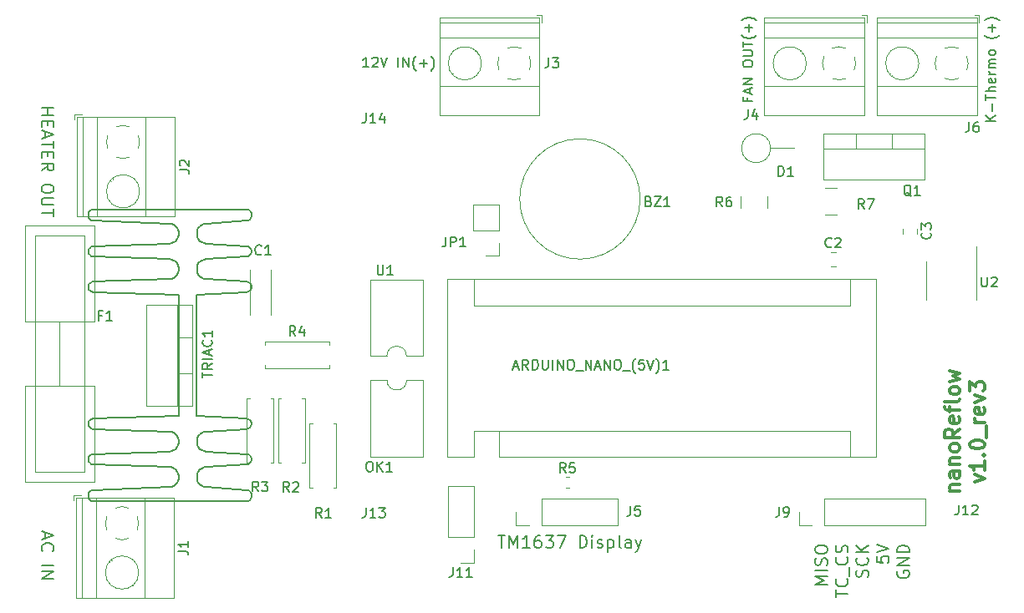
<source format=gbr>
G04 #@! TF.GenerationSoftware,KiCad,Pcbnew,(5.1.8-0-10_14)*
G04 #@! TF.CreationDate,2021-01-11T22:35:15+01:00*
G04 #@! TF.ProjectId,arduino_nano_reflow_TRIAC_v1_0,61726475-696e-46f5-9f6e-616e6f5f7265,1.0*
G04 #@! TF.SameCoordinates,Original*
G04 #@! TF.FileFunction,Legend,Top*
G04 #@! TF.FilePolarity,Positive*
%FSLAX46Y46*%
G04 Gerber Fmt 4.6, Leading zero omitted, Abs format (unit mm)*
G04 Created by KiCad (PCBNEW (5.1.8-0-10_14)) date 2021-01-11 22:35:15*
%MOMM*%
%LPD*%
G01*
G04 APERTURE LIST*
%ADD10C,0.200000*%
%ADD11C,0.150000*%
%ADD12C,0.300000*%
%ADD13C,0.120000*%
%ADD14C,0.191466*%
G04 APERTURE END LIST*
D10*
X182434296Y-116055450D02*
X181184296Y-116055450D01*
X182077153Y-115638783D01*
X181184296Y-115222117D01*
X182434296Y-115222117D01*
X182434296Y-114626879D02*
X181184296Y-114626879D01*
X182374772Y-114091164D02*
X182434296Y-113912593D01*
X182434296Y-113614974D01*
X182374772Y-113495926D01*
X182315248Y-113436402D01*
X182196200Y-113376879D01*
X182077153Y-113376879D01*
X181958105Y-113436402D01*
X181898581Y-113495926D01*
X181839058Y-113614974D01*
X181779534Y-113853069D01*
X181720010Y-113972117D01*
X181660486Y-114031640D01*
X181541439Y-114091164D01*
X181422391Y-114091164D01*
X181303343Y-114031640D01*
X181243820Y-113972117D01*
X181184296Y-113853069D01*
X181184296Y-113555450D01*
X181243820Y-113376879D01*
X181184296Y-112603069D02*
X181184296Y-112364974D01*
X181243820Y-112245926D01*
X181362867Y-112126879D01*
X181600962Y-112067355D01*
X182017629Y-112067355D01*
X182255724Y-112126879D01*
X182374772Y-112245926D01*
X182434296Y-112364974D01*
X182434296Y-112603069D01*
X182374772Y-112722117D01*
X182255724Y-112841164D01*
X182017629Y-112900688D01*
X181600962Y-112900688D01*
X181362867Y-112841164D01*
X181243820Y-112722117D01*
X181184296Y-112603069D01*
X183259296Y-117305450D02*
X183259296Y-116591164D01*
X184509296Y-116948307D02*
X183259296Y-116948307D01*
X184390248Y-115460212D02*
X184449772Y-115519736D01*
X184509296Y-115698307D01*
X184509296Y-115817355D01*
X184449772Y-115995926D01*
X184330724Y-116114974D01*
X184211677Y-116174498D01*
X183973581Y-116234021D01*
X183795010Y-116234021D01*
X183556915Y-116174498D01*
X183437867Y-116114974D01*
X183318820Y-115995926D01*
X183259296Y-115817355D01*
X183259296Y-115698307D01*
X183318820Y-115519736D01*
X183378343Y-115460212D01*
X184628343Y-115222117D02*
X184628343Y-114269736D01*
X184390248Y-113257831D02*
X184449772Y-113317355D01*
X184509296Y-113495926D01*
X184509296Y-113614974D01*
X184449772Y-113793545D01*
X184330724Y-113912593D01*
X184211677Y-113972117D01*
X183973581Y-114031640D01*
X183795010Y-114031640D01*
X183556915Y-113972117D01*
X183437867Y-113912593D01*
X183318820Y-113793545D01*
X183259296Y-113614974D01*
X183259296Y-113495926D01*
X183318820Y-113317355D01*
X183378343Y-113257831D01*
X184449772Y-112781640D02*
X184509296Y-112603069D01*
X184509296Y-112305450D01*
X184449772Y-112186402D01*
X184390248Y-112126879D01*
X184271200Y-112067355D01*
X184152153Y-112067355D01*
X184033105Y-112126879D01*
X183973581Y-112186402D01*
X183914058Y-112305450D01*
X183854534Y-112543545D01*
X183795010Y-112662593D01*
X183735486Y-112722117D01*
X183616439Y-112781640D01*
X183497391Y-112781640D01*
X183378343Y-112722117D01*
X183318820Y-112662593D01*
X183259296Y-112543545D01*
X183259296Y-112245926D01*
X183318820Y-112067355D01*
X186524772Y-115281640D02*
X186584296Y-115103069D01*
X186584296Y-114805450D01*
X186524772Y-114686402D01*
X186465248Y-114626879D01*
X186346200Y-114567355D01*
X186227153Y-114567355D01*
X186108105Y-114626879D01*
X186048581Y-114686402D01*
X185989058Y-114805450D01*
X185929534Y-115043545D01*
X185870010Y-115162593D01*
X185810486Y-115222117D01*
X185691439Y-115281640D01*
X185572391Y-115281640D01*
X185453343Y-115222117D01*
X185393820Y-115162593D01*
X185334296Y-115043545D01*
X185334296Y-114745926D01*
X185393820Y-114567355D01*
X186465248Y-113317355D02*
X186524772Y-113376879D01*
X186584296Y-113555450D01*
X186584296Y-113674498D01*
X186524772Y-113853069D01*
X186405724Y-113972117D01*
X186286677Y-114031640D01*
X186048581Y-114091164D01*
X185870010Y-114091164D01*
X185631915Y-114031640D01*
X185512867Y-113972117D01*
X185393820Y-113853069D01*
X185334296Y-113674498D01*
X185334296Y-113555450D01*
X185393820Y-113376879D01*
X185453343Y-113317355D01*
X186584296Y-112781640D02*
X185334296Y-112781640D01*
X186584296Y-112067355D02*
X185870010Y-112603069D01*
X185334296Y-112067355D02*
X186048581Y-112781640D01*
X187409296Y-113198307D02*
X187409296Y-113793545D01*
X188004534Y-113853069D01*
X187945010Y-113793545D01*
X187885486Y-113674498D01*
X187885486Y-113376879D01*
X187945010Y-113257831D01*
X188004534Y-113198307D01*
X188123581Y-113138783D01*
X188421200Y-113138783D01*
X188540248Y-113198307D01*
X188599772Y-113257831D01*
X188659296Y-113376879D01*
X188659296Y-113674498D01*
X188599772Y-113793545D01*
X188540248Y-113853069D01*
X187409296Y-112781640D02*
X188659296Y-112364974D01*
X187409296Y-111948307D01*
X189543820Y-114686402D02*
X189484296Y-114805450D01*
X189484296Y-114984021D01*
X189543820Y-115162593D01*
X189662867Y-115281640D01*
X189781915Y-115341164D01*
X190020010Y-115400688D01*
X190198581Y-115400688D01*
X190436677Y-115341164D01*
X190555724Y-115281640D01*
X190674772Y-115162593D01*
X190734296Y-114984021D01*
X190734296Y-114864974D01*
X190674772Y-114686402D01*
X190615248Y-114626879D01*
X190198581Y-114626879D01*
X190198581Y-114864974D01*
X190734296Y-114091164D02*
X189484296Y-114091164D01*
X190734296Y-113376879D01*
X189484296Y-113376879D01*
X190734296Y-112781640D02*
X189484296Y-112781640D01*
X189484296Y-112484021D01*
X189543820Y-112305450D01*
X189662867Y-112186402D01*
X189781915Y-112126879D01*
X190020010Y-112067355D01*
X190198581Y-112067355D01*
X190436677Y-112126879D01*
X190555724Y-112186402D01*
X190674772Y-112305450D01*
X190734296Y-112484021D01*
X190734296Y-112781640D01*
D11*
X199471200Y-69037355D02*
X198471200Y-69037355D01*
X199471200Y-68465926D02*
X198899772Y-68894498D01*
X198471200Y-68465926D02*
X199042629Y-69037355D01*
X199090248Y-68037355D02*
X199090248Y-67275450D01*
X198471200Y-66942117D02*
X198471200Y-66370688D01*
X199471200Y-66656402D02*
X198471200Y-66656402D01*
X199471200Y-66037355D02*
X198471200Y-66037355D01*
X199471200Y-65608783D02*
X198947391Y-65608783D01*
X198852153Y-65656402D01*
X198804534Y-65751640D01*
X198804534Y-65894498D01*
X198852153Y-65989736D01*
X198899772Y-66037355D01*
X199423581Y-64751640D02*
X199471200Y-64846879D01*
X199471200Y-65037355D01*
X199423581Y-65132593D01*
X199328343Y-65180212D01*
X198947391Y-65180212D01*
X198852153Y-65132593D01*
X198804534Y-65037355D01*
X198804534Y-64846879D01*
X198852153Y-64751640D01*
X198947391Y-64704021D01*
X199042629Y-64704021D01*
X199137867Y-65180212D01*
X199471200Y-64275450D02*
X198804534Y-64275450D01*
X198995010Y-64275450D02*
X198899772Y-64227831D01*
X198852153Y-64180212D01*
X198804534Y-64084974D01*
X198804534Y-63989736D01*
X199471200Y-63656402D02*
X198804534Y-63656402D01*
X198899772Y-63656402D02*
X198852153Y-63608783D01*
X198804534Y-63513545D01*
X198804534Y-63370688D01*
X198852153Y-63275450D01*
X198947391Y-63227831D01*
X199471200Y-63227831D01*
X198947391Y-63227831D02*
X198852153Y-63180212D01*
X198804534Y-63084974D01*
X198804534Y-62942117D01*
X198852153Y-62846879D01*
X198947391Y-62799260D01*
X199471200Y-62799260D01*
X199471200Y-62180212D02*
X199423581Y-62275450D01*
X199375962Y-62323069D01*
X199280724Y-62370688D01*
X198995010Y-62370688D01*
X198899772Y-62323069D01*
X198852153Y-62275450D01*
X198804534Y-62180212D01*
X198804534Y-62037355D01*
X198852153Y-61942117D01*
X198899772Y-61894498D01*
X198995010Y-61846879D01*
X199280724Y-61846879D01*
X199375962Y-61894498D01*
X199423581Y-61942117D01*
X199471200Y-62037355D01*
X199471200Y-62180212D01*
X199852153Y-60370688D02*
X199804534Y-60418307D01*
X199661677Y-60513545D01*
X199566439Y-60561164D01*
X199423581Y-60608783D01*
X199185486Y-60656402D01*
X198995010Y-60656402D01*
X198756915Y-60608783D01*
X198614058Y-60561164D01*
X198518820Y-60513545D01*
X198375962Y-60418307D01*
X198328343Y-60370688D01*
X199090248Y-59989736D02*
X199090248Y-59227831D01*
X199471200Y-59608783D02*
X198709296Y-59608783D01*
X199852153Y-58846879D02*
X199804534Y-58799260D01*
X199661677Y-58704021D01*
X199566439Y-58656402D01*
X199423581Y-58608783D01*
X199185486Y-58561164D01*
X198995010Y-58561164D01*
X198756915Y-58608783D01*
X198614058Y-58656402D01*
X198518820Y-58704021D01*
X198375962Y-58799260D01*
X198328343Y-58846879D01*
D10*
X149077153Y-111074736D02*
X149791439Y-111074736D01*
X149434296Y-112324736D02*
X149434296Y-111074736D01*
X150208105Y-112324736D02*
X150208105Y-111074736D01*
X150624772Y-111967593D01*
X151041439Y-111074736D01*
X151041439Y-112324736D01*
X152291439Y-112324736D02*
X151577153Y-112324736D01*
X151934296Y-112324736D02*
X151934296Y-111074736D01*
X151815248Y-111253307D01*
X151696200Y-111372355D01*
X151577153Y-111431879D01*
X153362867Y-111074736D02*
X153124772Y-111074736D01*
X153005724Y-111134260D01*
X152946200Y-111193783D01*
X152827153Y-111372355D01*
X152767629Y-111610450D01*
X152767629Y-112086640D01*
X152827153Y-112205688D01*
X152886677Y-112265212D01*
X153005724Y-112324736D01*
X153243820Y-112324736D01*
X153362867Y-112265212D01*
X153422391Y-112205688D01*
X153481915Y-112086640D01*
X153481915Y-111789021D01*
X153422391Y-111669974D01*
X153362867Y-111610450D01*
X153243820Y-111550926D01*
X153005724Y-111550926D01*
X152886677Y-111610450D01*
X152827153Y-111669974D01*
X152767629Y-111789021D01*
X153898581Y-111074736D02*
X154672391Y-111074736D01*
X154255724Y-111550926D01*
X154434296Y-111550926D01*
X154553343Y-111610450D01*
X154612867Y-111669974D01*
X154672391Y-111789021D01*
X154672391Y-112086640D01*
X154612867Y-112205688D01*
X154553343Y-112265212D01*
X154434296Y-112324736D01*
X154077153Y-112324736D01*
X153958105Y-112265212D01*
X153898581Y-112205688D01*
X155089058Y-111074736D02*
X155922391Y-111074736D01*
X155386677Y-112324736D01*
X157350962Y-112324736D02*
X157350962Y-111074736D01*
X157648581Y-111074736D01*
X157827153Y-111134260D01*
X157946200Y-111253307D01*
X158005724Y-111372355D01*
X158065248Y-111610450D01*
X158065248Y-111789021D01*
X158005724Y-112027117D01*
X157946200Y-112146164D01*
X157827153Y-112265212D01*
X157648581Y-112324736D01*
X157350962Y-112324736D01*
X158600962Y-112324736D02*
X158600962Y-111491402D01*
X158600962Y-111074736D02*
X158541439Y-111134260D01*
X158600962Y-111193783D01*
X158660486Y-111134260D01*
X158600962Y-111074736D01*
X158600962Y-111193783D01*
X159136677Y-112265212D02*
X159255724Y-112324736D01*
X159493820Y-112324736D01*
X159612867Y-112265212D01*
X159672391Y-112146164D01*
X159672391Y-112086640D01*
X159612867Y-111967593D01*
X159493820Y-111908069D01*
X159315248Y-111908069D01*
X159196200Y-111848545D01*
X159136677Y-111729498D01*
X159136677Y-111669974D01*
X159196200Y-111550926D01*
X159315248Y-111491402D01*
X159493820Y-111491402D01*
X159612867Y-111550926D01*
X160208105Y-111491402D02*
X160208105Y-112741402D01*
X160208105Y-111550926D02*
X160327153Y-111491402D01*
X160565248Y-111491402D01*
X160684296Y-111550926D01*
X160743820Y-111610450D01*
X160803343Y-111729498D01*
X160803343Y-112086640D01*
X160743820Y-112205688D01*
X160684296Y-112265212D01*
X160565248Y-112324736D01*
X160327153Y-112324736D01*
X160208105Y-112265212D01*
X161517629Y-112324736D02*
X161398581Y-112265212D01*
X161339058Y-112146164D01*
X161339058Y-111074736D01*
X162529534Y-112324736D02*
X162529534Y-111669974D01*
X162470010Y-111550926D01*
X162350962Y-111491402D01*
X162112867Y-111491402D01*
X161993820Y-111550926D01*
X162529534Y-112265212D02*
X162410486Y-112324736D01*
X162112867Y-112324736D01*
X161993820Y-112265212D01*
X161934296Y-112146164D01*
X161934296Y-112027117D01*
X161993820Y-111908069D01*
X162112867Y-111848545D01*
X162410486Y-111848545D01*
X162529534Y-111789021D01*
X163005724Y-111491402D02*
X163303343Y-112324736D01*
X163600962Y-111491402D02*
X163303343Y-112324736D01*
X163184296Y-112622355D01*
X163124772Y-112681879D01*
X163005724Y-112741402D01*
D11*
X135961200Y-63591640D02*
X135389772Y-63591640D01*
X135675486Y-63591640D02*
X135675486Y-62591640D01*
X135580248Y-62734498D01*
X135485010Y-62829736D01*
X135389772Y-62877355D01*
X136342153Y-62686879D02*
X136389772Y-62639260D01*
X136485010Y-62591640D01*
X136723105Y-62591640D01*
X136818343Y-62639260D01*
X136865962Y-62686879D01*
X136913581Y-62782117D01*
X136913581Y-62877355D01*
X136865962Y-63020212D01*
X136294534Y-63591640D01*
X136913581Y-63591640D01*
X137199296Y-62591640D02*
X137532629Y-63591640D01*
X137865962Y-62591640D01*
X138961200Y-63591640D02*
X138961200Y-62591640D01*
X139437391Y-63591640D02*
X139437391Y-62591640D01*
X140008820Y-63591640D01*
X140008820Y-62591640D01*
X140770724Y-63972593D02*
X140723105Y-63924974D01*
X140627867Y-63782117D01*
X140580248Y-63686879D01*
X140532629Y-63544021D01*
X140485010Y-63305926D01*
X140485010Y-63115450D01*
X140532629Y-62877355D01*
X140580248Y-62734498D01*
X140627867Y-62639260D01*
X140723105Y-62496402D01*
X140770724Y-62448783D01*
X141151677Y-63210688D02*
X141913581Y-63210688D01*
X141532629Y-63591640D02*
X141532629Y-62829736D01*
X142294534Y-63972593D02*
X142342153Y-63924974D01*
X142437391Y-63782117D01*
X142485010Y-63686879D01*
X142532629Y-63544021D01*
X142580248Y-63305926D01*
X142580248Y-63115450D01*
X142532629Y-62877355D01*
X142485010Y-62734498D01*
X142437391Y-62639260D01*
X142342153Y-62496402D01*
X142294534Y-62448783D01*
X174347391Y-66704021D02*
X174347391Y-67037355D01*
X174871200Y-67037355D02*
X173871200Y-67037355D01*
X173871200Y-66561164D01*
X174585486Y-66227831D02*
X174585486Y-65751640D01*
X174871200Y-66323069D02*
X173871200Y-65989736D01*
X174871200Y-65656402D01*
X174871200Y-65323069D02*
X173871200Y-65323069D01*
X174871200Y-64751640D01*
X173871200Y-64751640D01*
X173871200Y-63323069D02*
X173871200Y-63132593D01*
X173918820Y-63037355D01*
X174014058Y-62942117D01*
X174204534Y-62894498D01*
X174537867Y-62894498D01*
X174728343Y-62942117D01*
X174823581Y-63037355D01*
X174871200Y-63132593D01*
X174871200Y-63323069D01*
X174823581Y-63418307D01*
X174728343Y-63513545D01*
X174537867Y-63561164D01*
X174204534Y-63561164D01*
X174014058Y-63513545D01*
X173918820Y-63418307D01*
X173871200Y-63323069D01*
X173871200Y-62465926D02*
X174680724Y-62465926D01*
X174775962Y-62418307D01*
X174823581Y-62370688D01*
X174871200Y-62275450D01*
X174871200Y-62084974D01*
X174823581Y-61989736D01*
X174775962Y-61942117D01*
X174680724Y-61894498D01*
X173871200Y-61894498D01*
X173871200Y-61561164D02*
X173871200Y-60989736D01*
X174871200Y-61275450D02*
X173871200Y-61275450D01*
X175252153Y-60370688D02*
X175204534Y-60418307D01*
X175061677Y-60513545D01*
X174966439Y-60561164D01*
X174823581Y-60608783D01*
X174585486Y-60656402D01*
X174395010Y-60656402D01*
X174156915Y-60608783D01*
X174014058Y-60561164D01*
X173918820Y-60513545D01*
X173775962Y-60418307D01*
X173728343Y-60370688D01*
X174490248Y-59989736D02*
X174490248Y-59227831D01*
X174871200Y-59608783D02*
X174109296Y-59608783D01*
X175252153Y-58846879D02*
X175204534Y-58799260D01*
X175061677Y-58704021D01*
X174966439Y-58656402D01*
X174823581Y-58608783D01*
X174585486Y-58561164D01*
X174395010Y-58561164D01*
X174156915Y-58608783D01*
X174014058Y-58656402D01*
X173918820Y-58704021D01*
X173775962Y-58799260D01*
X173728343Y-58846879D01*
D10*
X102829523Y-67743095D02*
X104079523Y-67743095D01*
X103484285Y-67743095D02*
X103484285Y-68457380D01*
X102829523Y-68457380D02*
X104079523Y-68457380D01*
X103484285Y-69052619D02*
X103484285Y-69469285D01*
X102829523Y-69647857D02*
X102829523Y-69052619D01*
X104079523Y-69052619D01*
X104079523Y-69647857D01*
X103186666Y-70124047D02*
X103186666Y-70719285D01*
X102829523Y-70005000D02*
X104079523Y-70421666D01*
X102829523Y-70838333D01*
X104079523Y-71076428D02*
X104079523Y-71790714D01*
X102829523Y-71433571D02*
X104079523Y-71433571D01*
X103484285Y-72207380D02*
X103484285Y-72624047D01*
X102829523Y-72802619D02*
X102829523Y-72207380D01*
X104079523Y-72207380D01*
X104079523Y-72802619D01*
X102829523Y-74052619D02*
X103424761Y-73635952D01*
X102829523Y-73338333D02*
X104079523Y-73338333D01*
X104079523Y-73814523D01*
X104020000Y-73933571D01*
X103960476Y-73993095D01*
X103841428Y-74052619D01*
X103662857Y-74052619D01*
X103543809Y-73993095D01*
X103484285Y-73933571D01*
X103424761Y-73814523D01*
X103424761Y-73338333D01*
X104079523Y-75778809D02*
X104079523Y-76016904D01*
X104020000Y-76135952D01*
X103900952Y-76255000D01*
X103662857Y-76314523D01*
X103246190Y-76314523D01*
X103008095Y-76255000D01*
X102889047Y-76135952D01*
X102829523Y-76016904D01*
X102829523Y-75778809D01*
X102889047Y-75659761D01*
X103008095Y-75540714D01*
X103246190Y-75481190D01*
X103662857Y-75481190D01*
X103900952Y-75540714D01*
X104020000Y-75659761D01*
X104079523Y-75778809D01*
X104079523Y-76850238D02*
X103067619Y-76850238D01*
X102948571Y-76909761D01*
X102889047Y-76969285D01*
X102829523Y-77088333D01*
X102829523Y-77326428D01*
X102889047Y-77445476D01*
X102948571Y-77505000D01*
X103067619Y-77564523D01*
X104079523Y-77564523D01*
X104079523Y-77981190D02*
X104079523Y-78695476D01*
X102829523Y-78338333D02*
X104079523Y-78338333D01*
X103186666Y-110783809D02*
X103186666Y-111379047D01*
X102829523Y-110664761D02*
X104079523Y-111081428D01*
X102829523Y-111498095D01*
X102948571Y-112629047D02*
X102889047Y-112569523D01*
X102829523Y-112390952D01*
X102829523Y-112271904D01*
X102889047Y-112093333D01*
X103008095Y-111974285D01*
X103127142Y-111914761D01*
X103365238Y-111855238D01*
X103543809Y-111855238D01*
X103781904Y-111914761D01*
X103900952Y-111974285D01*
X104020000Y-112093333D01*
X104079523Y-112271904D01*
X104079523Y-112390952D01*
X104020000Y-112569523D01*
X103960476Y-112629047D01*
X102829523Y-114117142D02*
X104079523Y-114117142D01*
X102829523Y-114712380D02*
X104079523Y-114712380D01*
X102829523Y-115426666D01*
X104079523Y-115426666D01*
D12*
X194832391Y-106554974D02*
X195832391Y-106554974D01*
X194975248Y-106554974D02*
X194903820Y-106483545D01*
X194832391Y-106340688D01*
X194832391Y-106126402D01*
X194903820Y-105983545D01*
X195046677Y-105912117D01*
X195832391Y-105912117D01*
X195832391Y-104554974D02*
X195046677Y-104554974D01*
X194903820Y-104626402D01*
X194832391Y-104769260D01*
X194832391Y-105054974D01*
X194903820Y-105197831D01*
X195760962Y-104554974D02*
X195832391Y-104697831D01*
X195832391Y-105054974D01*
X195760962Y-105197831D01*
X195618105Y-105269260D01*
X195475248Y-105269260D01*
X195332391Y-105197831D01*
X195260962Y-105054974D01*
X195260962Y-104697831D01*
X195189534Y-104554974D01*
X194832391Y-103840688D02*
X195832391Y-103840688D01*
X194975248Y-103840688D02*
X194903820Y-103769260D01*
X194832391Y-103626402D01*
X194832391Y-103412117D01*
X194903820Y-103269260D01*
X195046677Y-103197831D01*
X195832391Y-103197831D01*
X195832391Y-102269260D02*
X195760962Y-102412117D01*
X195689534Y-102483545D01*
X195546677Y-102554974D01*
X195118105Y-102554974D01*
X194975248Y-102483545D01*
X194903820Y-102412117D01*
X194832391Y-102269260D01*
X194832391Y-102054974D01*
X194903820Y-101912117D01*
X194975248Y-101840688D01*
X195118105Y-101769260D01*
X195546677Y-101769260D01*
X195689534Y-101840688D01*
X195760962Y-101912117D01*
X195832391Y-102054974D01*
X195832391Y-102269260D01*
X195832391Y-100269260D02*
X195118105Y-100769260D01*
X195832391Y-101126402D02*
X194332391Y-101126402D01*
X194332391Y-100554974D01*
X194403820Y-100412117D01*
X194475248Y-100340688D01*
X194618105Y-100269260D01*
X194832391Y-100269260D01*
X194975248Y-100340688D01*
X195046677Y-100412117D01*
X195118105Y-100554974D01*
X195118105Y-101126402D01*
X195760962Y-99054974D02*
X195832391Y-99197831D01*
X195832391Y-99483545D01*
X195760962Y-99626402D01*
X195618105Y-99697831D01*
X195046677Y-99697831D01*
X194903820Y-99626402D01*
X194832391Y-99483545D01*
X194832391Y-99197831D01*
X194903820Y-99054974D01*
X195046677Y-98983545D01*
X195189534Y-98983545D01*
X195332391Y-99697831D01*
X194832391Y-98554974D02*
X194832391Y-97983545D01*
X195832391Y-98340688D02*
X194546677Y-98340688D01*
X194403820Y-98269260D01*
X194332391Y-98126402D01*
X194332391Y-97983545D01*
X195832391Y-97269260D02*
X195760962Y-97412117D01*
X195618105Y-97483545D01*
X194332391Y-97483545D01*
X195832391Y-96483545D02*
X195760962Y-96626402D01*
X195689534Y-96697831D01*
X195546677Y-96769260D01*
X195118105Y-96769260D01*
X194975248Y-96697831D01*
X194903820Y-96626402D01*
X194832391Y-96483545D01*
X194832391Y-96269260D01*
X194903820Y-96126402D01*
X194975248Y-96054974D01*
X195118105Y-95983545D01*
X195546677Y-95983545D01*
X195689534Y-96054974D01*
X195760962Y-96126402D01*
X195832391Y-96269260D01*
X195832391Y-96483545D01*
X194832391Y-95483545D02*
X195832391Y-95197831D01*
X195118105Y-94912117D01*
X195832391Y-94626402D01*
X194832391Y-94340688D01*
X197382391Y-105626402D02*
X198382391Y-105269260D01*
X197382391Y-104912117D01*
X198382391Y-103554974D02*
X198382391Y-104412117D01*
X198382391Y-103983545D02*
X196882391Y-103983545D01*
X197096677Y-104126402D01*
X197239534Y-104269260D01*
X197310962Y-104412117D01*
X198239534Y-102912117D02*
X198310962Y-102840688D01*
X198382391Y-102912117D01*
X198310962Y-102983545D01*
X198239534Y-102912117D01*
X198382391Y-102912117D01*
X196882391Y-101912117D02*
X196882391Y-101769260D01*
X196953820Y-101626402D01*
X197025248Y-101554974D01*
X197168105Y-101483545D01*
X197453820Y-101412117D01*
X197810962Y-101412117D01*
X198096677Y-101483545D01*
X198239534Y-101554974D01*
X198310962Y-101626402D01*
X198382391Y-101769260D01*
X198382391Y-101912117D01*
X198310962Y-102054974D01*
X198239534Y-102126402D01*
X198096677Y-102197831D01*
X197810962Y-102269260D01*
X197453820Y-102269260D01*
X197168105Y-102197831D01*
X197025248Y-102126402D01*
X196953820Y-102054974D01*
X196882391Y-101912117D01*
X198525248Y-101126402D02*
X198525248Y-99983545D01*
X198382391Y-99626402D02*
X197382391Y-99626402D01*
X197668105Y-99626402D02*
X197525248Y-99554974D01*
X197453820Y-99483545D01*
X197382391Y-99340688D01*
X197382391Y-99197831D01*
X198310962Y-98126402D02*
X198382391Y-98269260D01*
X198382391Y-98554974D01*
X198310962Y-98697831D01*
X198168105Y-98769260D01*
X197596677Y-98769260D01*
X197453820Y-98697831D01*
X197382391Y-98554974D01*
X197382391Y-98269260D01*
X197453820Y-98126402D01*
X197596677Y-98054974D01*
X197739534Y-98054974D01*
X197882391Y-98769260D01*
X197382391Y-97554974D02*
X198382391Y-97197831D01*
X197382391Y-96840688D01*
X196882391Y-96412117D02*
X196882391Y-95483545D01*
X197453820Y-95983545D01*
X197453820Y-95769260D01*
X197525248Y-95626402D01*
X197596677Y-95554974D01*
X197739534Y-95483545D01*
X198096677Y-95483545D01*
X198239534Y-95554974D01*
X198310962Y-95626402D01*
X198382391Y-95769260D01*
X198382391Y-96197831D01*
X198310962Y-96340688D01*
X198239534Y-96412117D01*
D13*
X192408820Y-85239260D02*
X192408820Y-87189260D01*
X192408820Y-85239260D02*
X192408820Y-83289260D01*
X197528820Y-85239260D02*
X197528820Y-87189260D01*
X197528820Y-85239260D02*
X197528820Y-81789260D01*
X194990015Y-61519007D02*
G75*
G02*
X195702820Y-61664260I28805J-1680253D01*
G01*
X196554246Y-62516218D02*
G75*
G02*
X196553820Y-63883260I-1535426J-683042D01*
G01*
X195701862Y-64734686D02*
G75*
G02*
X194334820Y-64734260I-683042J1535426D01*
G01*
X193483394Y-63882302D02*
G75*
G02*
X193483820Y-62515260I1535426J683042D01*
G01*
X194335502Y-61664504D02*
G75*
G02*
X195018820Y-61519260I683318J-1534756D01*
G01*
X191698820Y-63199260D02*
G75*
G03*
X191698820Y-63199260I-1680000J0D01*
G01*
X197578820Y-59099260D02*
X187458820Y-59099260D01*
X197578820Y-60599260D02*
X187458820Y-60599260D01*
X197578820Y-65500260D02*
X187458820Y-65500260D01*
X197578820Y-68460260D02*
X187458820Y-68460260D01*
X197578820Y-58539260D02*
X187458820Y-58539260D01*
X197578820Y-68460260D02*
X197578820Y-58539260D01*
X187458820Y-68460260D02*
X187458820Y-58539260D01*
X188743820Y-64268260D02*
X188790820Y-64222260D01*
X191052820Y-61960260D02*
X191087820Y-61925260D01*
X188948820Y-64474260D02*
X188983820Y-64438260D01*
X191245820Y-62176260D02*
X191292820Y-62130260D01*
X197818820Y-59039260D02*
X197818820Y-58299260D01*
X197818820Y-58299260D02*
X197318820Y-58299260D01*
X191553820Y-79938008D02*
X191553820Y-80460512D01*
X190083820Y-79938008D02*
X190083820Y-80460512D01*
X150908820Y-110020000D02*
X150908820Y-108690000D01*
X152238820Y-110020000D02*
X150908820Y-110020000D01*
X153508820Y-110020000D02*
X153508820Y-107360000D01*
X153508820Y-107360000D02*
X161188820Y-107360000D01*
X153508820Y-110020000D02*
X161188820Y-110020000D01*
X161188820Y-110020000D02*
X161188820Y-107360000D01*
D14*
X119324036Y-79462991D02*
X119107892Y-79571063D01*
X119107892Y-79571063D02*
X118891748Y-79701110D01*
X118891748Y-79701110D02*
X118740447Y-79895279D01*
X118740447Y-79895279D02*
X118632375Y-80090169D01*
X118632375Y-80090169D02*
X118589147Y-80327927D01*
X118589147Y-80327927D02*
X118589147Y-80587300D01*
X118589147Y-80587300D02*
X118632375Y-80825059D01*
X118632375Y-80825059D02*
X118740447Y-81019228D01*
X118740447Y-81019228D02*
X118891748Y-81214118D01*
X118891748Y-81214118D02*
X119107892Y-81343805D01*
X119107892Y-81343805D02*
X119324036Y-81451877D01*
X119324036Y-81451877D02*
X119540180Y-81473491D01*
X119540180Y-81473491D02*
X123637824Y-81754478D01*
X123637824Y-81754478D02*
X123789125Y-81776093D01*
X123789125Y-81776093D02*
X123940426Y-81884165D01*
X123940426Y-81884165D02*
X124048498Y-82013851D01*
X124048498Y-82013851D02*
X124113341Y-82164792D01*
X124113341Y-82164792D02*
X124113341Y-82359682D01*
X124113341Y-82359682D02*
X124048498Y-82510983D01*
X124048498Y-82510983D02*
X123940426Y-82640309D01*
X123940426Y-82640309D02*
X123789125Y-82748741D01*
X123789125Y-82748741D02*
X123637824Y-82769995D01*
X123637824Y-82769995D02*
X119540180Y-83051342D01*
X119540180Y-83051342D02*
X119324036Y-83072957D01*
X119324036Y-83072957D02*
X119107892Y-83159054D01*
X119107892Y-83159054D02*
X118891748Y-83310355D01*
X118891748Y-83310355D02*
X118740447Y-83483630D01*
X118740447Y-83483630D02*
X118632375Y-83699414D01*
X118632375Y-83699414D02*
X118589147Y-83937533D01*
X118589147Y-83937533D02*
X118589147Y-84175291D01*
X118589147Y-84175291D02*
X118632375Y-84391075D01*
X118632375Y-84391075D02*
X118740447Y-84629194D01*
X118740447Y-84629194D02*
X118891748Y-84823363D01*
X118891748Y-84823363D02*
X119107892Y-84953410D01*
X119107892Y-84953410D02*
X119324036Y-85039868D01*
X119324036Y-85039868D02*
X119540180Y-85083097D01*
X119540180Y-85083097D02*
X123637824Y-85342109D01*
X123637824Y-85342109D02*
X123789125Y-85385338D01*
X123789125Y-85385338D02*
X123940426Y-85471796D01*
X123940426Y-85471796D02*
X124048498Y-85601482D01*
X124048498Y-85601482D02*
X124113341Y-85774758D01*
X124113341Y-85774758D02*
X124113341Y-85925698D01*
X124113341Y-85925698D02*
X124048498Y-86120588D01*
X124048498Y-86120588D02*
X123940426Y-86250274D01*
X123940426Y-86250274D02*
X123637824Y-86379601D01*
X123637824Y-86379601D02*
X118567532Y-86682202D01*
X118567532Y-86682202D02*
X118567532Y-92799260D01*
X118567532Y-92799260D02*
X118567532Y-98916317D01*
X118567532Y-98916317D02*
X123637824Y-99218919D01*
X123637824Y-99218919D02*
X123940426Y-99348245D01*
X123940426Y-99348245D02*
X124048498Y-99477932D01*
X124048498Y-99477932D02*
X124113341Y-99672822D01*
X124113341Y-99672822D02*
X124113341Y-99823762D01*
X124113341Y-99823762D02*
X124048498Y-99997038D01*
X124048498Y-99997038D02*
X123940426Y-100126724D01*
X123940426Y-100126724D02*
X123789125Y-100213182D01*
X123789125Y-100213182D02*
X123637824Y-100256411D01*
X123637824Y-100256411D02*
X119540180Y-100515423D01*
X119540180Y-100515423D02*
X119324036Y-100558652D01*
X119324036Y-100558652D02*
X119107892Y-100645110D01*
X119107892Y-100645110D02*
X118891748Y-100775157D01*
X118891748Y-100775157D02*
X118740447Y-100969326D01*
X118740447Y-100969326D02*
X118632375Y-101207445D01*
X118632375Y-101207445D02*
X118589147Y-101423229D01*
X118589147Y-101423229D02*
X118589147Y-101660987D01*
X118589147Y-101660987D02*
X118632375Y-101899106D01*
X118632375Y-101899106D02*
X118740447Y-102114890D01*
X118740447Y-102114890D02*
X118891748Y-102288165D01*
X118891748Y-102288165D02*
X119107892Y-102439466D01*
X119107892Y-102439466D02*
X119324036Y-102525563D01*
X119324036Y-102525563D02*
X119540180Y-102547178D01*
X119540180Y-102547178D02*
X123637824Y-102828525D01*
X123637824Y-102828525D02*
X123789125Y-102849779D01*
X123789125Y-102849779D02*
X123940426Y-102958211D01*
X123940426Y-102958211D02*
X124048498Y-103087537D01*
X124048498Y-103087537D02*
X124113341Y-103238838D01*
X124113341Y-103238838D02*
X124113341Y-103433728D01*
X124113341Y-103433728D02*
X124048498Y-103584668D01*
X124048498Y-103584668D02*
X123940426Y-103714355D01*
X123940426Y-103714355D02*
X123789125Y-103822427D01*
X123789125Y-103822427D02*
X123637824Y-103844042D01*
X123637824Y-103844042D02*
X119540180Y-104125029D01*
X119540180Y-104125029D02*
X119324036Y-104146643D01*
X119324036Y-104146643D02*
X119107892Y-104254715D01*
X119107892Y-104254715D02*
X118891748Y-104384402D01*
X118891748Y-104384402D02*
X118740447Y-104579291D01*
X118740447Y-104579291D02*
X118632375Y-104773461D01*
X118632375Y-104773461D02*
X118589147Y-105011219D01*
X118589147Y-105011219D02*
X118589147Y-105270593D01*
X118589147Y-105270593D02*
X118632375Y-105508351D01*
X118632375Y-105508351D02*
X118740447Y-105703241D01*
X118740447Y-105703241D02*
X118891748Y-105897410D01*
X118891748Y-105897410D02*
X119107892Y-106027457D01*
X119107892Y-106027457D02*
X119324036Y-106135529D01*
X119324036Y-106135529D02*
X119540180Y-106157144D01*
X119540180Y-106157144D02*
X123637824Y-106437771D01*
X123637824Y-106437771D02*
X123789125Y-106459385D01*
X123789125Y-106459385D02*
X123940426Y-106567818D01*
X123940426Y-106567818D02*
X124048498Y-106697504D01*
X124048498Y-106697504D02*
X124113341Y-106848445D01*
X124113341Y-106848445D02*
X124113341Y-107194275D01*
X124113341Y-107194275D02*
X124048498Y-107345936D01*
X124048498Y-107345936D02*
X123940426Y-107475623D01*
X123940426Y-107475623D02*
X123789125Y-107583334D01*
X123789125Y-107583334D02*
X123616210Y-107604949D01*
X123616210Y-107604949D02*
X118567532Y-107604949D01*
X118567532Y-107604949D02*
X116752422Y-107604949D01*
X116752422Y-107604949D02*
X108063430Y-107604949D01*
X108063430Y-107604949D02*
X107890515Y-107583334D01*
X107890515Y-107583334D02*
X107739214Y-107475623D01*
X107739214Y-107475623D02*
X107631142Y-107345936D01*
X107631142Y-107345936D02*
X107566299Y-107194275D01*
X107566299Y-107194275D02*
X107566299Y-106848445D01*
X107566299Y-106848445D02*
X107631142Y-106697504D01*
X107631142Y-106697504D02*
X107739214Y-106567818D01*
X107739214Y-106567818D02*
X107890515Y-106459385D01*
X107890515Y-106459385D02*
X108041816Y-106437771D01*
X108041816Y-106437771D02*
X115779774Y-106157144D01*
X115779774Y-106157144D02*
X115995918Y-106135529D01*
X115995918Y-106135529D02*
X116212062Y-106027457D01*
X116212062Y-106027457D02*
X116428206Y-105897410D01*
X116428206Y-105897410D02*
X116579507Y-105703241D01*
X116579507Y-105703241D02*
X116687579Y-105508351D01*
X116687579Y-105508351D02*
X116730808Y-105270593D01*
X116730808Y-105270593D02*
X116730808Y-105011219D01*
X116730808Y-105011219D02*
X116687579Y-104773461D01*
X116687579Y-104773461D02*
X116579507Y-104579291D01*
X116579507Y-104579291D02*
X116428206Y-104384402D01*
X116428206Y-104384402D02*
X116212062Y-104254715D01*
X116212062Y-104254715D02*
X115995918Y-104146643D01*
X115995918Y-104146643D02*
X115779774Y-104125029D01*
X115779774Y-104125029D02*
X108041816Y-103844042D01*
X108041816Y-103844042D02*
X107890515Y-103822427D01*
X107890515Y-103822427D02*
X107739214Y-103714355D01*
X107739214Y-103714355D02*
X107631142Y-103584668D01*
X107631142Y-103584668D02*
X107566299Y-103433728D01*
X107566299Y-103433728D02*
X107566299Y-103238838D01*
X107566299Y-103238838D02*
X107631142Y-103087537D01*
X107631142Y-103087537D02*
X107739214Y-102958211D01*
X107739214Y-102958211D02*
X107890515Y-102849779D01*
X107890515Y-102849779D02*
X108041816Y-102828525D01*
X108041816Y-102828525D02*
X115779774Y-102547178D01*
X115779774Y-102547178D02*
X115995918Y-102525563D01*
X115995918Y-102525563D02*
X116212062Y-102439466D01*
X116212062Y-102439466D02*
X116428206Y-102288165D01*
X116428206Y-102288165D02*
X116579507Y-102114890D01*
X116579507Y-102114890D02*
X116687579Y-101899106D01*
X116687579Y-101899106D02*
X116730808Y-101660987D01*
X116730808Y-101660987D02*
X116730808Y-101423229D01*
X116730808Y-101423229D02*
X116687579Y-101207445D01*
X116687579Y-101207445D02*
X116579507Y-100969326D01*
X116579507Y-100969326D02*
X116428206Y-100775157D01*
X116428206Y-100775157D02*
X116212062Y-100645110D01*
X116212062Y-100645110D02*
X115995918Y-100558652D01*
X115995918Y-100558652D02*
X115779774Y-100515423D01*
X115779774Y-100515423D02*
X108041816Y-100256411D01*
X108041816Y-100256411D02*
X107890515Y-100213182D01*
X107890515Y-100213182D02*
X107739214Y-100126724D01*
X107739214Y-100126724D02*
X107631142Y-99997038D01*
X107631142Y-99997038D02*
X107566299Y-99823762D01*
X107566299Y-99823762D02*
X107566299Y-99672822D01*
X107566299Y-99672822D02*
X107631142Y-99477932D01*
X107631142Y-99477932D02*
X107739214Y-99348245D01*
X107739214Y-99348245D02*
X108041816Y-99218919D01*
X108041816Y-99218919D02*
X116752422Y-98916317D01*
X116752422Y-98916317D02*
X116752422Y-92799260D01*
X116752422Y-92799260D02*
X116752422Y-86682202D01*
X116752422Y-86682202D02*
X108041816Y-86379601D01*
X108041816Y-86379601D02*
X107739214Y-86250274D01*
X107739214Y-86250274D02*
X107631142Y-86120588D01*
X107631142Y-86120588D02*
X107566299Y-85925698D01*
X107566299Y-85925698D02*
X107566299Y-85774758D01*
X107566299Y-85774758D02*
X107631142Y-85601482D01*
X107631142Y-85601482D02*
X107739214Y-85471796D01*
X107739214Y-85471796D02*
X107890515Y-85385338D01*
X107890515Y-85385338D02*
X108041816Y-85342109D01*
X108041816Y-85342109D02*
X115779774Y-85083097D01*
X115779774Y-85083097D02*
X115995918Y-85039868D01*
X115995918Y-85039868D02*
X116212062Y-84953410D01*
X116212062Y-84953410D02*
X116428206Y-84823363D01*
X116428206Y-84823363D02*
X116579507Y-84629194D01*
X116579507Y-84629194D02*
X116687579Y-84391075D01*
X116687579Y-84391075D02*
X116730808Y-84175291D01*
X116730808Y-84175291D02*
X116730808Y-83937533D01*
X116730808Y-83937533D02*
X116687579Y-83699414D01*
X116687579Y-83699414D02*
X116579507Y-83483630D01*
X116579507Y-83483630D02*
X116428206Y-83310355D01*
X116428206Y-83310355D02*
X116212062Y-83159054D01*
X116212062Y-83159054D02*
X115995918Y-83072957D01*
X115995918Y-83072957D02*
X115779774Y-83051342D01*
X115779774Y-83051342D02*
X108041816Y-82769995D01*
X108041816Y-82769995D02*
X107890515Y-82748741D01*
X107890515Y-82748741D02*
X107739214Y-82640309D01*
X107739214Y-82640309D02*
X107631142Y-82510983D01*
X107631142Y-82510983D02*
X107566299Y-82359682D01*
X107566299Y-82359682D02*
X107566299Y-82164792D01*
X107566299Y-82164792D02*
X107631142Y-82013851D01*
X107631142Y-82013851D02*
X107739214Y-81884165D01*
X107739214Y-81884165D02*
X107890515Y-81776093D01*
X107890515Y-81776093D02*
X108041816Y-81754478D01*
X108041816Y-81754478D02*
X115779774Y-81473491D01*
X115779774Y-81473491D02*
X115995918Y-81451877D01*
X115995918Y-81451877D02*
X116212062Y-81343805D01*
X116212062Y-81343805D02*
X116428206Y-81214118D01*
X116428206Y-81214118D02*
X116579507Y-81019228D01*
X116579507Y-81019228D02*
X116687579Y-80825059D01*
X116687579Y-80825059D02*
X116730808Y-80587300D01*
X116730808Y-80587300D02*
X116730808Y-80327927D01*
X116730808Y-80327927D02*
X116687579Y-80090169D01*
X116687579Y-80090169D02*
X116579507Y-79895279D01*
X116579507Y-79895279D02*
X116428206Y-79701110D01*
X116428206Y-79701110D02*
X116212062Y-79571063D01*
X116212062Y-79571063D02*
X115995918Y-79462991D01*
X115995918Y-79462991D02*
X115779774Y-79441376D01*
X115779774Y-79441376D02*
X108041816Y-79160749D01*
X108041816Y-79160749D02*
X107890515Y-79139135D01*
X107890515Y-79139135D02*
X107739214Y-79030702D01*
X107739214Y-79030702D02*
X107631142Y-78901016D01*
X107631142Y-78901016D02*
X107566299Y-78750075D01*
X107566299Y-78750075D02*
X107566299Y-78404245D01*
X107566299Y-78404245D02*
X107631142Y-78252584D01*
X107631142Y-78252584D02*
X107739214Y-78122897D01*
X107739214Y-78122897D02*
X107890515Y-78015186D01*
X107890515Y-78015186D02*
X108063430Y-77993571D01*
X108063430Y-77993571D02*
X116752422Y-77993571D01*
X116752422Y-77993571D02*
X118567532Y-77993571D01*
X118567532Y-77993571D02*
X123616210Y-77993571D01*
X123616210Y-77993571D02*
X123789125Y-78015186D01*
X123789125Y-78015186D02*
X123940426Y-78122897D01*
X123940426Y-78122897D02*
X124048498Y-78252584D01*
X124048498Y-78252584D02*
X124113341Y-78404245D01*
X124113341Y-78404245D02*
X124113341Y-78750075D01*
X124113341Y-78750075D02*
X124048498Y-78901016D01*
X124048498Y-78901016D02*
X123940426Y-79030702D01*
X123940426Y-79030702D02*
X123789125Y-79139135D01*
X123789125Y-79139135D02*
X123637824Y-79160749D01*
X123637824Y-79160749D02*
X119540180Y-79441376D01*
X119540180Y-79441376D02*
X119324036Y-79462991D01*
D13*
X180298820Y-63199260D02*
G75*
G03*
X180298820Y-63199260I-1680000J0D01*
G01*
X186178820Y-59099260D02*
X176058820Y-59099260D01*
X186178820Y-60599260D02*
X176058820Y-60599260D01*
X186178820Y-65500260D02*
X176058820Y-65500260D01*
X186178820Y-68460260D02*
X176058820Y-68460260D01*
X186178820Y-58539260D02*
X176058820Y-58539260D01*
X186178820Y-68460260D02*
X186178820Y-58539260D01*
X176058820Y-68460260D02*
X176058820Y-58539260D01*
X177343820Y-64268260D02*
X177390820Y-64222260D01*
X179652820Y-61960260D02*
X179687820Y-61925260D01*
X177548820Y-64474260D02*
X177583820Y-64438260D01*
X179845820Y-62176260D02*
X179892820Y-62130260D01*
X186418820Y-59039260D02*
X186418820Y-58299260D01*
X186418820Y-58299260D02*
X185918820Y-58299260D01*
X183590015Y-61519007D02*
G75*
G02*
X184302820Y-61664260I28805J-1680253D01*
G01*
X185154246Y-62516218D02*
G75*
G02*
X185153820Y-63883260I-1535426J-683042D01*
G01*
X184301862Y-64734686D02*
G75*
G02*
X182934820Y-64734260I-683042J1535426D01*
G01*
X182083394Y-63882302D02*
G75*
G02*
X182083820Y-62515260I1535426J683042D01*
G01*
X182935502Y-61664504D02*
G75*
G02*
X183618820Y-61519260I683318J-1534756D01*
G01*
X143928820Y-85059260D02*
X143928820Y-103099260D01*
X187368820Y-85059260D02*
X143928820Y-85059260D01*
X187368820Y-103099260D02*
X187368820Y-85059260D01*
X184698820Y-100429260D02*
X184698820Y-103099260D01*
X149138820Y-100429260D02*
X184698820Y-100429260D01*
X149138820Y-100429260D02*
X149138820Y-103099260D01*
X184698820Y-87729260D02*
X184698820Y-85059260D01*
X146598820Y-87729260D02*
X184698820Y-87729260D01*
X146598820Y-87729260D02*
X146598820Y-85059260D01*
X143928820Y-103099260D02*
X146598820Y-103099260D01*
X149138820Y-103099260D02*
X187368820Y-103099260D01*
X146598820Y-100429260D02*
X146598820Y-103099260D01*
X149138820Y-100429260D02*
X146598820Y-100429260D01*
X176688820Y-71799260D02*
X179098820Y-71799260D01*
X176688820Y-71799260D02*
G75*
G03*
X176688820Y-71799260I-1470000J0D01*
G01*
X123930000Y-88695000D02*
X123915000Y-88695000D01*
X126055000Y-88695000D02*
X126040000Y-88695000D01*
X123930000Y-84155000D02*
X123915000Y-84155000D01*
X126055000Y-84155000D02*
X126040000Y-84155000D01*
X123915000Y-84155000D02*
X123915000Y-88695000D01*
X126055000Y-84155000D02*
X126055000Y-88695000D01*
X131998820Y-94119260D02*
X131998820Y-93789260D01*
X125458820Y-94119260D02*
X131998820Y-94119260D01*
X125458820Y-93789260D02*
X125458820Y-94119260D01*
X131998820Y-91379260D02*
X131998820Y-91709260D01*
X125458820Y-91379260D02*
X131998820Y-91379260D01*
X125458820Y-91709260D02*
X125458820Y-91379260D01*
X123615000Y-103705000D02*
X123945000Y-103705000D01*
X123615000Y-97165000D02*
X123615000Y-103705000D01*
X123945000Y-97165000D02*
X123615000Y-97165000D01*
X126355000Y-103705000D02*
X126025000Y-103705000D01*
X126355000Y-97165000D02*
X126355000Y-103705000D01*
X126025000Y-97165000D02*
X126355000Y-97165000D01*
X136158820Y-92875000D02*
X137808820Y-92875000D01*
X136158820Y-85135000D02*
X136158820Y-92875000D01*
X141458820Y-85135000D02*
X136158820Y-85135000D01*
X141458820Y-92875000D02*
X141458820Y-85135000D01*
X139808820Y-92875000D02*
X141458820Y-92875000D01*
X137808820Y-92875000D02*
G75*
G02*
X139808820Y-92875000I1000000J0D01*
G01*
X141478820Y-95319260D02*
X139828820Y-95319260D01*
X141478820Y-103059260D02*
X141478820Y-95319260D01*
X136178820Y-103059260D02*
X141478820Y-103059260D01*
X136178820Y-95319260D02*
X136178820Y-103059260D01*
X137828820Y-95319260D02*
X136178820Y-95319260D01*
X139828820Y-95319260D02*
G75*
G02*
X137828820Y-95319260I-1000000J0D01*
G01*
X118093820Y-94650260D02*
X116583820Y-94650260D01*
X118093820Y-90949260D02*
X116583820Y-90949260D01*
X116583820Y-87679260D02*
X116583820Y-97919260D01*
X118093820Y-97919260D02*
X113452820Y-97919260D01*
X118093820Y-87679260D02*
X113452820Y-87679260D01*
X113452820Y-87679260D02*
X113452820Y-97919260D01*
X118093820Y-87679260D02*
X118093820Y-97919260D01*
X155931041Y-106184260D02*
X156256599Y-106184260D01*
X155931041Y-105164260D02*
X156256599Y-105164260D01*
X189009820Y-70329260D02*
X189009820Y-71839260D01*
X185308820Y-70329260D02*
X185308820Y-71839260D01*
X182038820Y-71839260D02*
X192278820Y-71839260D01*
X192278820Y-70329260D02*
X192278820Y-74970260D01*
X182038820Y-70329260D02*
X182038820Y-74970260D01*
X182038820Y-74970260D02*
X192278820Y-74970260D01*
X182038820Y-70329260D02*
X192278820Y-70329260D01*
X129530000Y-97165000D02*
X129200000Y-97165000D01*
X129530000Y-103705000D02*
X129530000Y-97165000D01*
X129200000Y-103705000D02*
X129530000Y-103705000D01*
X126790000Y-97165000D02*
X127120000Y-97165000D01*
X126790000Y-103705000D02*
X126790000Y-97165000D01*
X127120000Y-103705000D02*
X126790000Y-103705000D01*
X132705000Y-99705000D02*
X132375000Y-99705000D01*
X132705000Y-106245000D02*
X132705000Y-99705000D01*
X132375000Y-106245000D02*
X132705000Y-106245000D01*
X129965000Y-99705000D02*
X130295000Y-99705000D01*
X129965000Y-106245000D02*
X129965000Y-99705000D01*
X130295000Y-106245000D02*
X129965000Y-106245000D01*
X163470000Y-76950000D02*
G75*
G03*
X163470000Y-76950000I-6100000J0D01*
G01*
X182760242Y-83784260D02*
X183277398Y-83784260D01*
X182760242Y-82364260D02*
X183277398Y-82364260D01*
X176378820Y-77901324D02*
X176378820Y-76697196D01*
X173658820Y-77901324D02*
X173658820Y-76697196D01*
X183420884Y-75839260D02*
X182216756Y-75839260D01*
X183420884Y-78559260D02*
X182216756Y-78559260D01*
X179535000Y-110020000D02*
X179535000Y-108690000D01*
X180865000Y-110020000D02*
X179535000Y-110020000D01*
X182135000Y-110020000D02*
X182135000Y-107360000D01*
X182135000Y-107360000D02*
X192355000Y-107360000D01*
X182135000Y-110020000D02*
X192355000Y-110020000D01*
X192355000Y-110020000D02*
X192355000Y-107360000D01*
X106093820Y-107024260D02*
X106093820Y-107524260D01*
X106833820Y-107024260D02*
X106093820Y-107024260D01*
X109970820Y-113597260D02*
X109924820Y-113550260D01*
X112268820Y-115894260D02*
X112232820Y-115859260D01*
X109754820Y-113790260D02*
X109719820Y-113755260D01*
X112062820Y-116099260D02*
X112016820Y-116052260D01*
X116254820Y-117384260D02*
X106333820Y-117384260D01*
X116254820Y-107264260D02*
X106333820Y-107264260D01*
X106333820Y-107264260D02*
X106333820Y-117384260D01*
X116254820Y-107264260D02*
X116254820Y-117384260D01*
X113294820Y-107264260D02*
X113294820Y-117384260D01*
X108393820Y-107264260D02*
X108393820Y-117384260D01*
X106893820Y-107264260D02*
X106893820Y-117384260D01*
X112673820Y-114824260D02*
G75*
G03*
X112673820Y-114824260I-1680000J0D01*
G01*
X109313567Y-109853065D02*
G75*
G02*
X109458820Y-109140260I1680253J28805D01*
G01*
X110310778Y-108288834D02*
G75*
G02*
X111677820Y-108289260I683042J-1535426D01*
G01*
X112529246Y-109141218D02*
G75*
G02*
X112528820Y-110508260I-1535426J-683042D01*
G01*
X111676862Y-111359686D02*
G75*
G02*
X110309820Y-111359260I-683042J1535426D01*
G01*
X109459064Y-110507578D02*
G75*
G02*
X109313820Y-109824260I1534756J683318D01*
G01*
X106193820Y-68374260D02*
X106193820Y-68874260D01*
X106933820Y-68374260D02*
X106193820Y-68374260D01*
X110070820Y-74947260D02*
X110024820Y-74900260D01*
X112368820Y-77244260D02*
X112332820Y-77209260D01*
X109854820Y-75140260D02*
X109819820Y-75105260D01*
X112162820Y-77449260D02*
X112116820Y-77402260D01*
X116354820Y-78734260D02*
X106433820Y-78734260D01*
X116354820Y-68614260D02*
X106433820Y-68614260D01*
X106433820Y-68614260D02*
X106433820Y-78734260D01*
X116354820Y-68614260D02*
X116354820Y-78734260D01*
X113394820Y-68614260D02*
X113394820Y-78734260D01*
X108493820Y-68614260D02*
X108493820Y-78734260D01*
X106993820Y-68614260D02*
X106993820Y-78734260D01*
X112773820Y-76174260D02*
G75*
G03*
X112773820Y-76174260I-1680000J0D01*
G01*
X109413567Y-71203065D02*
G75*
G02*
X109558820Y-70490260I1680253J28805D01*
G01*
X110410778Y-69638834D02*
G75*
G02*
X111777820Y-69639260I683042J-1535426D01*
G01*
X112629246Y-70491218D02*
G75*
G02*
X112628820Y-71858260I-1535426J-683042D01*
G01*
X111776862Y-72709686D02*
G75*
G02*
X110409820Y-72709260I-683042J1535426D01*
G01*
X109559064Y-71857578D02*
G75*
G02*
X109413820Y-71174260I1534756J683318D01*
G01*
X153518820Y-58299260D02*
X153018820Y-58299260D01*
X153518820Y-59039260D02*
X153518820Y-58299260D01*
X146945820Y-62176260D02*
X146992820Y-62130260D01*
X144648820Y-64474260D02*
X144683820Y-64438260D01*
X146752820Y-61960260D02*
X146787820Y-61925260D01*
X144443820Y-64268260D02*
X144490820Y-64222260D01*
X143158820Y-68460260D02*
X143158820Y-58539260D01*
X153278820Y-68460260D02*
X153278820Y-58539260D01*
X153278820Y-58539260D02*
X143158820Y-58539260D01*
X153278820Y-68460260D02*
X143158820Y-68460260D01*
X153278820Y-65500260D02*
X143158820Y-65500260D01*
X153278820Y-60599260D02*
X143158820Y-60599260D01*
X153278820Y-59099260D02*
X143158820Y-59099260D01*
X147398820Y-63199260D02*
G75*
G03*
X147398820Y-63199260I-1680000J0D01*
G01*
X150690015Y-61519007D02*
G75*
G02*
X151402820Y-61664260I28805J-1680253D01*
G01*
X152254246Y-62516218D02*
G75*
G02*
X152253820Y-63883260I-1535426J-683042D01*
G01*
X151401862Y-64734686D02*
G75*
G02*
X150034820Y-64734260I-683042J1535426D01*
G01*
X149183394Y-63882302D02*
G75*
G02*
X149183820Y-62515260I1535426J683042D01*
G01*
X150035502Y-61664504D02*
G75*
G02*
X150718820Y-61519260I683318J-1534756D01*
G01*
X149175000Y-82715000D02*
X147845000Y-82715000D01*
X149175000Y-81385000D02*
X149175000Y-82715000D01*
X149175000Y-80115000D02*
X146515000Y-80115000D01*
X146515000Y-80115000D02*
X146515000Y-77515000D01*
X149175000Y-80115000D02*
X149175000Y-77515000D01*
X149175000Y-77515000D02*
X146515000Y-77515000D01*
X146635000Y-113830000D02*
X145305000Y-113830000D01*
X146635000Y-112500000D02*
X146635000Y-113830000D01*
X146635000Y-111230000D02*
X143975000Y-111230000D01*
X143975000Y-111230000D02*
X143975000Y-106090000D01*
X146635000Y-111230000D02*
X146635000Y-106090000D01*
X146635000Y-106090000D02*
X143975000Y-106090000D01*
X108163820Y-89389260D02*
X101163820Y-89389260D01*
X101163820Y-89389260D02*
X101163820Y-79639260D01*
X108163820Y-79639260D02*
X101163820Y-79639260D01*
X108163820Y-89389260D02*
X108163820Y-79639260D01*
X107163820Y-80639260D02*
X102163820Y-80639260D01*
X101163820Y-105639260D02*
X101163820Y-104639260D01*
X108163820Y-105639260D02*
X101163820Y-105639260D01*
X108163820Y-105639260D02*
X108163820Y-104639260D01*
X107163820Y-104639260D02*
X102163820Y-104639260D01*
X107163820Y-104639260D02*
X107163820Y-93889260D01*
X102163820Y-104639260D02*
X102163820Y-94139260D01*
X107163820Y-93889260D02*
X107163820Y-82139260D01*
X102163820Y-94139260D02*
X102163820Y-81889260D01*
X107163820Y-82139260D02*
X107163820Y-80639260D01*
X102163820Y-81889260D02*
X102163820Y-80639260D01*
X108163820Y-104639260D02*
X108163820Y-95889260D01*
X101163820Y-104639260D02*
X101163820Y-95889260D01*
X108163820Y-95889260D02*
X101163820Y-95889260D01*
X104663820Y-95889260D02*
X104663820Y-89389260D01*
D11*
X198056915Y-84851640D02*
X198056915Y-85661164D01*
X198104534Y-85756402D01*
X198152153Y-85804021D01*
X198247391Y-85851640D01*
X198437867Y-85851640D01*
X198533105Y-85804021D01*
X198580724Y-85756402D01*
X198628343Y-85661164D01*
X198628343Y-84851640D01*
X199056915Y-84946879D02*
X199104534Y-84899260D01*
X199199772Y-84851640D01*
X199437867Y-84851640D01*
X199533105Y-84899260D01*
X199580724Y-84946879D01*
X199628343Y-85042117D01*
X199628343Y-85137355D01*
X199580724Y-85280212D01*
X199009296Y-85851640D01*
X199628343Y-85851640D01*
X196785486Y-69151640D02*
X196785486Y-69865926D01*
X196737867Y-70008783D01*
X196642629Y-70104021D01*
X196499772Y-70151640D01*
X196404534Y-70151640D01*
X197690248Y-69151640D02*
X197499772Y-69151640D01*
X197404534Y-69199260D01*
X197356915Y-69246879D01*
X197261677Y-69389736D01*
X197214058Y-69580212D01*
X197214058Y-69961164D01*
X197261677Y-70056402D01*
X197309296Y-70104021D01*
X197404534Y-70151640D01*
X197595010Y-70151640D01*
X197690248Y-70104021D01*
X197737867Y-70056402D01*
X197785486Y-69961164D01*
X197785486Y-69723069D01*
X197737867Y-69627831D01*
X197690248Y-69580212D01*
X197595010Y-69532593D01*
X197404534Y-69532593D01*
X197309296Y-69580212D01*
X197261677Y-69627831D01*
X197214058Y-69723069D01*
X192855962Y-80365926D02*
X192903581Y-80413545D01*
X192951200Y-80556402D01*
X192951200Y-80651640D01*
X192903581Y-80794498D01*
X192808343Y-80889736D01*
X192713105Y-80937355D01*
X192522629Y-80984974D01*
X192379772Y-80984974D01*
X192189296Y-80937355D01*
X192094058Y-80889736D01*
X191998820Y-80794498D01*
X191951200Y-80651640D01*
X191951200Y-80556402D01*
X191998820Y-80413545D01*
X192046439Y-80365926D01*
X191951200Y-80032593D02*
X191951200Y-79413545D01*
X192332153Y-79746879D01*
X192332153Y-79604021D01*
X192379772Y-79508783D01*
X192427391Y-79461164D01*
X192522629Y-79413545D01*
X192760724Y-79413545D01*
X192855962Y-79461164D01*
X192903581Y-79508783D01*
X192951200Y-79604021D01*
X192951200Y-79889736D01*
X192903581Y-79984974D01*
X192855962Y-80032593D01*
X162505486Y-108061640D02*
X162505486Y-108775926D01*
X162457867Y-108918783D01*
X162362629Y-109014021D01*
X162219772Y-109061640D01*
X162124534Y-109061640D01*
X163457867Y-108061640D02*
X162981677Y-108061640D01*
X162934058Y-108537831D01*
X162981677Y-108490212D01*
X163076915Y-108442593D01*
X163315010Y-108442593D01*
X163410248Y-108490212D01*
X163457867Y-108537831D01*
X163505486Y-108633069D01*
X163505486Y-108871164D01*
X163457867Y-108966402D01*
X163410248Y-109014021D01*
X163315010Y-109061640D01*
X163076915Y-109061640D01*
X162981677Y-109014021D01*
X162934058Y-108966402D01*
X174385486Y-67851640D02*
X174385486Y-68565926D01*
X174337867Y-68708783D01*
X174242629Y-68804021D01*
X174099772Y-68851640D01*
X174004534Y-68851640D01*
X175290248Y-68184974D02*
X175290248Y-68851640D01*
X175052153Y-67804021D02*
X174814058Y-68518307D01*
X175433105Y-68518307D01*
X150661677Y-93965926D02*
X151137867Y-93965926D01*
X150566439Y-94251640D02*
X150899772Y-93251640D01*
X151233105Y-94251640D01*
X152137867Y-94251640D02*
X151804534Y-93775450D01*
X151566439Y-94251640D02*
X151566439Y-93251640D01*
X151947391Y-93251640D01*
X152042629Y-93299260D01*
X152090248Y-93346879D01*
X152137867Y-93442117D01*
X152137867Y-93584974D01*
X152090248Y-93680212D01*
X152042629Y-93727831D01*
X151947391Y-93775450D01*
X151566439Y-93775450D01*
X152566439Y-94251640D02*
X152566439Y-93251640D01*
X152804534Y-93251640D01*
X152947391Y-93299260D01*
X153042629Y-93394498D01*
X153090248Y-93489736D01*
X153137867Y-93680212D01*
X153137867Y-93823069D01*
X153090248Y-94013545D01*
X153042629Y-94108783D01*
X152947391Y-94204021D01*
X152804534Y-94251640D01*
X152566439Y-94251640D01*
X153566439Y-93251640D02*
X153566439Y-94061164D01*
X153614058Y-94156402D01*
X153661677Y-94204021D01*
X153756915Y-94251640D01*
X153947391Y-94251640D01*
X154042629Y-94204021D01*
X154090248Y-94156402D01*
X154137867Y-94061164D01*
X154137867Y-93251640D01*
X154614058Y-94251640D02*
X154614058Y-93251640D01*
X155090248Y-94251640D02*
X155090248Y-93251640D01*
X155661677Y-94251640D01*
X155661677Y-93251640D01*
X156328343Y-93251640D02*
X156518820Y-93251640D01*
X156614058Y-93299260D01*
X156709296Y-93394498D01*
X156756915Y-93584974D01*
X156756915Y-93918307D01*
X156709296Y-94108783D01*
X156614058Y-94204021D01*
X156518820Y-94251640D01*
X156328343Y-94251640D01*
X156233105Y-94204021D01*
X156137867Y-94108783D01*
X156090248Y-93918307D01*
X156090248Y-93584974D01*
X156137867Y-93394498D01*
X156233105Y-93299260D01*
X156328343Y-93251640D01*
X156947391Y-94346879D02*
X157709296Y-94346879D01*
X157947391Y-94251640D02*
X157947391Y-93251640D01*
X158518820Y-94251640D01*
X158518820Y-93251640D01*
X158947391Y-93965926D02*
X159423581Y-93965926D01*
X158852153Y-94251640D02*
X159185486Y-93251640D01*
X159518820Y-94251640D01*
X159852153Y-94251640D02*
X159852153Y-93251640D01*
X160423581Y-94251640D01*
X160423581Y-93251640D01*
X161090248Y-93251640D02*
X161280724Y-93251640D01*
X161375962Y-93299260D01*
X161471200Y-93394498D01*
X161518820Y-93584974D01*
X161518820Y-93918307D01*
X161471200Y-94108783D01*
X161375962Y-94204021D01*
X161280724Y-94251640D01*
X161090248Y-94251640D01*
X160995010Y-94204021D01*
X160899772Y-94108783D01*
X160852153Y-93918307D01*
X160852153Y-93584974D01*
X160899772Y-93394498D01*
X160995010Y-93299260D01*
X161090248Y-93251640D01*
X161709296Y-94346879D02*
X162471200Y-94346879D01*
X162995010Y-94632593D02*
X162947391Y-94584974D01*
X162852153Y-94442117D01*
X162804534Y-94346879D01*
X162756915Y-94204021D01*
X162709296Y-93965926D01*
X162709296Y-93775450D01*
X162756915Y-93537355D01*
X162804534Y-93394498D01*
X162852153Y-93299260D01*
X162947391Y-93156402D01*
X162995010Y-93108783D01*
X163852153Y-93251640D02*
X163375962Y-93251640D01*
X163328343Y-93727831D01*
X163375962Y-93680212D01*
X163471200Y-93632593D01*
X163709296Y-93632593D01*
X163804534Y-93680212D01*
X163852153Y-93727831D01*
X163899772Y-93823069D01*
X163899772Y-94061164D01*
X163852153Y-94156402D01*
X163804534Y-94204021D01*
X163709296Y-94251640D01*
X163471200Y-94251640D01*
X163375962Y-94204021D01*
X163328343Y-94156402D01*
X164185486Y-93251640D02*
X164518820Y-94251640D01*
X164852153Y-93251640D01*
X165090248Y-94632593D02*
X165137867Y-94584974D01*
X165233105Y-94442117D01*
X165280724Y-94346879D01*
X165328343Y-94204021D01*
X165375962Y-93965926D01*
X165375962Y-93775450D01*
X165328343Y-93537355D01*
X165280724Y-93394498D01*
X165233105Y-93299260D01*
X165137867Y-93156402D01*
X165090248Y-93108783D01*
X166375962Y-94251640D02*
X165804534Y-94251640D01*
X166090248Y-94251640D02*
X166090248Y-93251640D01*
X165995010Y-93394498D01*
X165899772Y-93489736D01*
X165804534Y-93537355D01*
X177470724Y-74621640D02*
X177470724Y-73621640D01*
X177708820Y-73621640D01*
X177851677Y-73669260D01*
X177946915Y-73764498D01*
X177994534Y-73859736D01*
X178042153Y-74050212D01*
X178042153Y-74193069D01*
X177994534Y-74383545D01*
X177946915Y-74478783D01*
X177851677Y-74574021D01*
X177708820Y-74621640D01*
X177470724Y-74621640D01*
X178994534Y-74621640D02*
X178423105Y-74621640D01*
X178708820Y-74621640D02*
X178708820Y-73621640D01*
X178613581Y-73764498D01*
X178518343Y-73859736D01*
X178423105Y-73907355D01*
X125102153Y-82526402D02*
X125054534Y-82574021D01*
X124911677Y-82621640D01*
X124816439Y-82621640D01*
X124673581Y-82574021D01*
X124578343Y-82478783D01*
X124530724Y-82383545D01*
X124483105Y-82193069D01*
X124483105Y-82050212D01*
X124530724Y-81859736D01*
X124578343Y-81764498D01*
X124673581Y-81669260D01*
X124816439Y-81621640D01*
X124911677Y-81621640D01*
X125054534Y-81669260D01*
X125102153Y-81716879D01*
X126054534Y-82621640D02*
X125483105Y-82621640D01*
X125768820Y-82621640D02*
X125768820Y-81621640D01*
X125673581Y-81764498D01*
X125578343Y-81859736D01*
X125483105Y-81907355D01*
X128562153Y-90831640D02*
X128228820Y-90355450D01*
X127990724Y-90831640D02*
X127990724Y-89831640D01*
X128371677Y-89831640D01*
X128466915Y-89879260D01*
X128514534Y-89926879D01*
X128562153Y-90022117D01*
X128562153Y-90164974D01*
X128514534Y-90260212D01*
X128466915Y-90307831D01*
X128371677Y-90355450D01*
X127990724Y-90355450D01*
X129419296Y-90164974D02*
X129419296Y-90831640D01*
X129181200Y-89784021D02*
X128943105Y-90498307D01*
X129562153Y-90498307D01*
X124812153Y-106601640D02*
X124478820Y-106125450D01*
X124240724Y-106601640D02*
X124240724Y-105601640D01*
X124621677Y-105601640D01*
X124716915Y-105649260D01*
X124764534Y-105696879D01*
X124812153Y-105792117D01*
X124812153Y-105934974D01*
X124764534Y-106030212D01*
X124716915Y-106077831D01*
X124621677Y-106125450D01*
X124240724Y-106125450D01*
X125145486Y-105601640D02*
X125764534Y-105601640D01*
X125431200Y-105982593D01*
X125574058Y-105982593D01*
X125669296Y-106030212D01*
X125716915Y-106077831D01*
X125764534Y-106173069D01*
X125764534Y-106411164D01*
X125716915Y-106506402D01*
X125669296Y-106554021D01*
X125574058Y-106601640D01*
X125288343Y-106601640D01*
X125193105Y-106554021D01*
X125145486Y-106506402D01*
X136860735Y-83651640D02*
X136860735Y-84461164D01*
X136908354Y-84556402D01*
X136955973Y-84604021D01*
X137051211Y-84651640D01*
X137241687Y-84651640D01*
X137336925Y-84604021D01*
X137384544Y-84556402D01*
X137432163Y-84461164D01*
X137432163Y-83651640D01*
X138432163Y-84651640D02*
X137860735Y-84651640D01*
X138146449Y-84651640D02*
X138146449Y-83651640D01*
X138051211Y-83794498D01*
X137955973Y-83889736D01*
X137860735Y-83937355D01*
X135971211Y-103575900D02*
X136161687Y-103575900D01*
X136256925Y-103623520D01*
X136352163Y-103718758D01*
X136399782Y-103909234D01*
X136399782Y-104242567D01*
X136352163Y-104433043D01*
X136256925Y-104528281D01*
X136161687Y-104575900D01*
X135971211Y-104575900D01*
X135875973Y-104528281D01*
X135780735Y-104433043D01*
X135733116Y-104242567D01*
X135733116Y-103909234D01*
X135780735Y-103718758D01*
X135875973Y-103623520D01*
X135971211Y-103575900D01*
X136828354Y-104575900D02*
X136828354Y-103575900D01*
X137399782Y-104575900D02*
X136971211Y-104004472D01*
X137399782Y-103575900D02*
X136828354Y-104147329D01*
X138352163Y-104575900D02*
X137780735Y-104575900D01*
X138066449Y-104575900D02*
X138066449Y-103575900D01*
X137971211Y-103718758D01*
X137875973Y-103813996D01*
X137780735Y-103861615D01*
X119121200Y-95077831D02*
X119121200Y-94506402D01*
X120121200Y-94792117D02*
X119121200Y-94792117D01*
X120121200Y-93601640D02*
X119645010Y-93934974D01*
X120121200Y-94173069D02*
X119121200Y-94173069D01*
X119121200Y-93792117D01*
X119168820Y-93696879D01*
X119216439Y-93649260D01*
X119311677Y-93601640D01*
X119454534Y-93601640D01*
X119549772Y-93649260D01*
X119597391Y-93696879D01*
X119645010Y-93792117D01*
X119645010Y-94173069D01*
X120121200Y-93173069D02*
X119121200Y-93173069D01*
X119835486Y-92744498D02*
X119835486Y-92268307D01*
X120121200Y-92839736D02*
X119121200Y-92506402D01*
X120121200Y-92173069D01*
X120025962Y-91268307D02*
X120073581Y-91315926D01*
X120121200Y-91458783D01*
X120121200Y-91554021D01*
X120073581Y-91696879D01*
X119978343Y-91792117D01*
X119883105Y-91839736D01*
X119692629Y-91887355D01*
X119549772Y-91887355D01*
X119359296Y-91839736D01*
X119264058Y-91792117D01*
X119168820Y-91696879D01*
X119121200Y-91554021D01*
X119121200Y-91458783D01*
X119168820Y-91315926D01*
X119216439Y-91268307D01*
X120121200Y-90315926D02*
X120121200Y-90887355D01*
X120121200Y-90601640D02*
X119121200Y-90601640D01*
X119264058Y-90696879D01*
X119359296Y-90792117D01*
X119406915Y-90887355D01*
X155927153Y-104696640D02*
X155593820Y-104220450D01*
X155355724Y-104696640D02*
X155355724Y-103696640D01*
X155736677Y-103696640D01*
X155831915Y-103744260D01*
X155879534Y-103791879D01*
X155927153Y-103887117D01*
X155927153Y-104029974D01*
X155879534Y-104125212D01*
X155831915Y-104172831D01*
X155736677Y-104220450D01*
X155355724Y-104220450D01*
X156831915Y-103696640D02*
X156355724Y-103696640D01*
X156308105Y-104172831D01*
X156355724Y-104125212D01*
X156450962Y-104077593D01*
X156689058Y-104077593D01*
X156784296Y-104125212D01*
X156831915Y-104172831D01*
X156879534Y-104268069D01*
X156879534Y-104506164D01*
X156831915Y-104601402D01*
X156784296Y-104649021D01*
X156689058Y-104696640D01*
X156450962Y-104696640D01*
X156355724Y-104649021D01*
X156308105Y-104601402D01*
X135683616Y-68243360D02*
X135683616Y-68957646D01*
X135635997Y-69100503D01*
X135540759Y-69195741D01*
X135397901Y-69243360D01*
X135302663Y-69243360D01*
X136683616Y-69243360D02*
X136112187Y-69243360D01*
X136397901Y-69243360D02*
X136397901Y-68243360D01*
X136302663Y-68386218D01*
X136207425Y-68481456D01*
X136112187Y-68529075D01*
X137540759Y-68576694D02*
X137540759Y-69243360D01*
X137302663Y-68195741D02*
X137064568Y-68910027D01*
X137683616Y-68910027D01*
X135683616Y-108243360D02*
X135683616Y-108957646D01*
X135635997Y-109100503D01*
X135540759Y-109195741D01*
X135397901Y-109243360D01*
X135302663Y-109243360D01*
X136683616Y-109243360D02*
X136112187Y-109243360D01*
X136397901Y-109243360D02*
X136397901Y-108243360D01*
X136302663Y-108386218D01*
X136207425Y-108481456D01*
X136112187Y-108529075D01*
X137016949Y-108243360D02*
X137635997Y-108243360D01*
X137302663Y-108624313D01*
X137445520Y-108624313D01*
X137540759Y-108671932D01*
X137588378Y-108719551D01*
X137635997Y-108814789D01*
X137635997Y-109052884D01*
X137588378Y-109148122D01*
X137540759Y-109195741D01*
X137445520Y-109243360D01*
X137159806Y-109243360D01*
X137064568Y-109195741D01*
X137016949Y-109148122D01*
X195709296Y-107961640D02*
X195709296Y-108675926D01*
X195661677Y-108818783D01*
X195566439Y-108914021D01*
X195423581Y-108961640D01*
X195328343Y-108961640D01*
X196709296Y-108961640D02*
X196137867Y-108961640D01*
X196423581Y-108961640D02*
X196423581Y-107961640D01*
X196328343Y-108104498D01*
X196233105Y-108199736D01*
X196137867Y-108247355D01*
X197090248Y-108056879D02*
X197137867Y-108009260D01*
X197233105Y-107961640D01*
X197471200Y-107961640D01*
X197566439Y-108009260D01*
X197614058Y-108056879D01*
X197661677Y-108152117D01*
X197661677Y-108247355D01*
X197614058Y-108390212D01*
X197042629Y-108961640D01*
X197661677Y-108961640D01*
X190923581Y-76646879D02*
X190828343Y-76599260D01*
X190733105Y-76504021D01*
X190590248Y-76361164D01*
X190495010Y-76313545D01*
X190399772Y-76313545D01*
X190447391Y-76551640D02*
X190352153Y-76504021D01*
X190256915Y-76408783D01*
X190209296Y-76218307D01*
X190209296Y-75884974D01*
X190256915Y-75694498D01*
X190352153Y-75599260D01*
X190447391Y-75551640D01*
X190637867Y-75551640D01*
X190733105Y-75599260D01*
X190828343Y-75694498D01*
X190875962Y-75884974D01*
X190875962Y-76218307D01*
X190828343Y-76408783D01*
X190733105Y-76504021D01*
X190637867Y-76551640D01*
X190447391Y-76551640D01*
X191828343Y-76551640D02*
X191256915Y-76551640D01*
X191542629Y-76551640D02*
X191542629Y-75551640D01*
X191447391Y-75694498D01*
X191352153Y-75789736D01*
X191256915Y-75837355D01*
X127922153Y-106641640D02*
X127588820Y-106165450D01*
X127350724Y-106641640D02*
X127350724Y-105641640D01*
X127731677Y-105641640D01*
X127826915Y-105689260D01*
X127874534Y-105736879D01*
X127922153Y-105832117D01*
X127922153Y-105974974D01*
X127874534Y-106070212D01*
X127826915Y-106117831D01*
X127731677Y-106165450D01*
X127350724Y-106165450D01*
X128303105Y-105736879D02*
X128350724Y-105689260D01*
X128445962Y-105641640D01*
X128684058Y-105641640D01*
X128779296Y-105689260D01*
X128826915Y-105736879D01*
X128874534Y-105832117D01*
X128874534Y-105927355D01*
X128826915Y-106070212D01*
X128255486Y-106641640D01*
X128874534Y-106641640D01*
X131222153Y-109271640D02*
X130888820Y-108795450D01*
X130650724Y-109271640D02*
X130650724Y-108271640D01*
X131031677Y-108271640D01*
X131126915Y-108319260D01*
X131174534Y-108366879D01*
X131222153Y-108462117D01*
X131222153Y-108604974D01*
X131174534Y-108700212D01*
X131126915Y-108747831D01*
X131031677Y-108795450D01*
X130650724Y-108795450D01*
X132174534Y-109271640D02*
X131603105Y-109271640D01*
X131888820Y-109271640D02*
X131888820Y-108271640D01*
X131793581Y-108414498D01*
X131698343Y-108509736D01*
X131603105Y-108557355D01*
X164327867Y-77177831D02*
X164470724Y-77225450D01*
X164518343Y-77273069D01*
X164565962Y-77368307D01*
X164565962Y-77511164D01*
X164518343Y-77606402D01*
X164470724Y-77654021D01*
X164375486Y-77701640D01*
X163994534Y-77701640D01*
X163994534Y-76701640D01*
X164327867Y-76701640D01*
X164423105Y-76749260D01*
X164470724Y-76796879D01*
X164518343Y-76892117D01*
X164518343Y-76987355D01*
X164470724Y-77082593D01*
X164423105Y-77130212D01*
X164327867Y-77177831D01*
X163994534Y-77177831D01*
X164899296Y-76701640D02*
X165565962Y-76701640D01*
X164899296Y-77701640D01*
X165565962Y-77701640D01*
X166470724Y-77701640D02*
X165899296Y-77701640D01*
X166185010Y-77701640D02*
X166185010Y-76701640D01*
X166089772Y-76844498D01*
X165994534Y-76939736D01*
X165899296Y-76987355D01*
X182852153Y-81781402D02*
X182804534Y-81829021D01*
X182661677Y-81876640D01*
X182566439Y-81876640D01*
X182423581Y-81829021D01*
X182328343Y-81733783D01*
X182280724Y-81638545D01*
X182233105Y-81448069D01*
X182233105Y-81305212D01*
X182280724Y-81114736D01*
X182328343Y-81019498D01*
X182423581Y-80924260D01*
X182566439Y-80876640D01*
X182661677Y-80876640D01*
X182804534Y-80924260D01*
X182852153Y-80971879D01*
X183233105Y-80971879D02*
X183280724Y-80924260D01*
X183375962Y-80876640D01*
X183614058Y-80876640D01*
X183709296Y-80924260D01*
X183756915Y-80971879D01*
X183804534Y-81067117D01*
X183804534Y-81162355D01*
X183756915Y-81305212D01*
X183185486Y-81876640D01*
X183804534Y-81876640D01*
X171792153Y-77721640D02*
X171458820Y-77245450D01*
X171220724Y-77721640D02*
X171220724Y-76721640D01*
X171601677Y-76721640D01*
X171696915Y-76769260D01*
X171744534Y-76816879D01*
X171792153Y-76912117D01*
X171792153Y-77054974D01*
X171744534Y-77150212D01*
X171696915Y-77197831D01*
X171601677Y-77245450D01*
X171220724Y-77245450D01*
X172649296Y-76721640D02*
X172458820Y-76721640D01*
X172363581Y-76769260D01*
X172315962Y-76816879D01*
X172220724Y-76959736D01*
X172173105Y-77150212D01*
X172173105Y-77531164D01*
X172220724Y-77626402D01*
X172268343Y-77674021D01*
X172363581Y-77721640D01*
X172554058Y-77721640D01*
X172649296Y-77674021D01*
X172696915Y-77626402D01*
X172744534Y-77531164D01*
X172744534Y-77293069D01*
X172696915Y-77197831D01*
X172649296Y-77150212D01*
X172554058Y-77102593D01*
X172363581Y-77102593D01*
X172268343Y-77150212D01*
X172220724Y-77197831D01*
X172173105Y-77293069D01*
X186152153Y-77951640D02*
X185818820Y-77475450D01*
X185580724Y-77951640D02*
X185580724Y-76951640D01*
X185961677Y-76951640D01*
X186056915Y-76999260D01*
X186104534Y-77046879D01*
X186152153Y-77142117D01*
X186152153Y-77284974D01*
X186104534Y-77380212D01*
X186056915Y-77427831D01*
X185961677Y-77475450D01*
X185580724Y-77475450D01*
X186485486Y-76951640D02*
X187152153Y-76951640D01*
X186723581Y-77951640D01*
X177555486Y-108181640D02*
X177555486Y-108895926D01*
X177507867Y-109038783D01*
X177412629Y-109134021D01*
X177269772Y-109181640D01*
X177174534Y-109181640D01*
X178079296Y-109181640D02*
X178269772Y-109181640D01*
X178365010Y-109134021D01*
X178412629Y-109086402D01*
X178507867Y-108943545D01*
X178555486Y-108753069D01*
X178555486Y-108372117D01*
X178507867Y-108276879D01*
X178460248Y-108229260D01*
X178365010Y-108181640D01*
X178174534Y-108181640D01*
X178079296Y-108229260D01*
X178031677Y-108276879D01*
X177984058Y-108372117D01*
X177984058Y-108610212D01*
X178031677Y-108705450D01*
X178079296Y-108753069D01*
X178174534Y-108800688D01*
X178365010Y-108800688D01*
X178460248Y-108753069D01*
X178507867Y-108705450D01*
X178555486Y-108610212D01*
X116706200Y-112657593D02*
X117420486Y-112657593D01*
X117563343Y-112705212D01*
X117658581Y-112800450D01*
X117706200Y-112943307D01*
X117706200Y-113038545D01*
X117706200Y-111657593D02*
X117706200Y-112229021D01*
X117706200Y-111943307D02*
X116706200Y-111943307D01*
X116849058Y-112038545D01*
X116944296Y-112133783D01*
X116991915Y-112229021D01*
X116806200Y-74007593D02*
X117520486Y-74007593D01*
X117663343Y-74055212D01*
X117758581Y-74150450D01*
X117806200Y-74293307D01*
X117806200Y-74388545D01*
X116901439Y-73579021D02*
X116853820Y-73531402D01*
X116806200Y-73436164D01*
X116806200Y-73198069D01*
X116853820Y-73102831D01*
X116901439Y-73055212D01*
X116996677Y-73007593D01*
X117091915Y-73007593D01*
X117234772Y-73055212D01*
X117806200Y-73626640D01*
X117806200Y-73007593D01*
X154195486Y-62631640D02*
X154195486Y-63345926D01*
X154147867Y-63488783D01*
X154052629Y-63584021D01*
X153909772Y-63631640D01*
X153814534Y-63631640D01*
X154576439Y-62631640D02*
X155195486Y-62631640D01*
X154862153Y-63012593D01*
X155005010Y-63012593D01*
X155100248Y-63060212D01*
X155147867Y-63107831D01*
X155195486Y-63203069D01*
X155195486Y-63441164D01*
X155147867Y-63536402D01*
X155100248Y-63584021D01*
X155005010Y-63631640D01*
X154719296Y-63631640D01*
X154624058Y-63584021D01*
X154576439Y-63536402D01*
X143785486Y-80791640D02*
X143785486Y-81505926D01*
X143737867Y-81648783D01*
X143642629Y-81744021D01*
X143499772Y-81791640D01*
X143404534Y-81791640D01*
X144261677Y-81791640D02*
X144261677Y-80791640D01*
X144642629Y-80791640D01*
X144737867Y-80839260D01*
X144785486Y-80886879D01*
X144833105Y-80982117D01*
X144833105Y-81124974D01*
X144785486Y-81220212D01*
X144737867Y-81267831D01*
X144642629Y-81315450D01*
X144261677Y-81315450D01*
X145785486Y-81791640D02*
X145214058Y-81791640D01*
X145499772Y-81791640D02*
X145499772Y-80791640D01*
X145404534Y-80934498D01*
X145309296Y-81029736D01*
X145214058Y-81077355D01*
X144495476Y-114282380D02*
X144495476Y-114996666D01*
X144447857Y-115139523D01*
X144352619Y-115234761D01*
X144209761Y-115282380D01*
X144114523Y-115282380D01*
X145495476Y-115282380D02*
X144924047Y-115282380D01*
X145209761Y-115282380D02*
X145209761Y-114282380D01*
X145114523Y-114425238D01*
X145019285Y-114520476D01*
X144924047Y-114568095D01*
X146447857Y-115282380D02*
X145876428Y-115282380D01*
X146162142Y-115282380D02*
X146162142Y-114282380D01*
X146066904Y-114425238D01*
X145971666Y-114520476D01*
X145876428Y-114568095D01*
X108925486Y-88757831D02*
X108592153Y-88757831D01*
X108592153Y-89281640D02*
X108592153Y-88281640D01*
X109068343Y-88281640D01*
X109973105Y-89281640D02*
X109401677Y-89281640D01*
X109687391Y-89281640D02*
X109687391Y-88281640D01*
X109592153Y-88424498D01*
X109496915Y-88519736D01*
X109401677Y-88567355D01*
M02*

</source>
